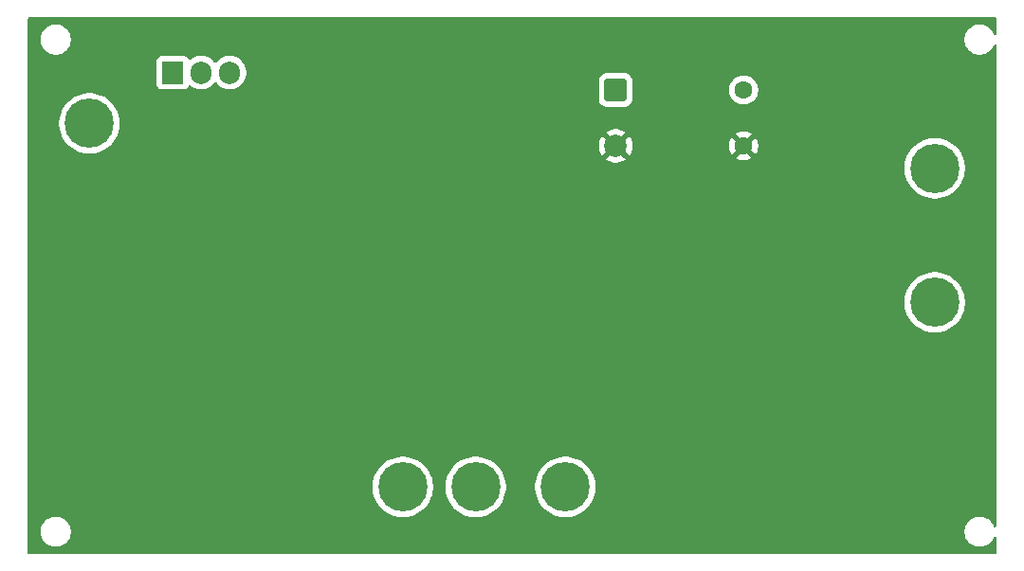
<source format=gbl>
%TF.GenerationSoftware,KiCad,Pcbnew,9.0.2*%
%TF.CreationDate,2025-06-21T01:00:01+02:00*%
%TF.ProjectId,schaltung,73636861-6c74-4756-9e67-2e6b69636164,B*%
%TF.SameCoordinates,Original*%
%TF.FileFunction,Copper,L2,Bot*%
%TF.FilePolarity,Positive*%
%FSLAX46Y46*%
G04 Gerber Fmt 4.6, Leading zero omitted, Abs format (unit mm)*
G04 Created by KiCad (PCBNEW 9.0.2) date 2025-06-21 01:00:01*
%MOMM*%
%LPD*%
G01*
G04 APERTURE LIST*
G04 Aperture macros list*
%AMRoundRect*
0 Rectangle with rounded corners*
0 $1 Rounding radius*
0 $2 $3 $4 $5 $6 $7 $8 $9 X,Y pos of 4 corners*
0 Add a 4 corners polygon primitive as box body*
4,1,4,$2,$3,$4,$5,$6,$7,$8,$9,$2,$3,0*
0 Add four circle primitives for the rounded corners*
1,1,$1+$1,$2,$3*
1,1,$1+$1,$4,$5*
1,1,$1+$1,$6,$7*
1,1,$1+$1,$8,$9*
0 Add four rect primitives between the rounded corners*
20,1,$1+$1,$2,$3,$4,$5,0*
20,1,$1+$1,$4,$5,$6,$7,0*
20,1,$1+$1,$6,$7,$8,$9,0*
20,1,$1+$1,$8,$9,$2,$3,0*%
G04 Aperture macros list end*
%TA.AperFunction,ComponentPad*%
%ADD10C,4.400000*%
%TD*%
%TA.AperFunction,ComponentPad*%
%ADD11C,1.600000*%
%TD*%
%TA.AperFunction,ComponentPad*%
%ADD12R,1.905000X2.000000*%
%TD*%
%TA.AperFunction,ComponentPad*%
%ADD13O,1.905000X2.000000*%
%TD*%
%TA.AperFunction,ComponentPad*%
%ADD14RoundRect,0.250000X-0.750000X0.750000X-0.750000X-0.750000X0.750000X-0.750000X0.750000X0.750000X0*%
%TD*%
%TA.AperFunction,ComponentPad*%
%ADD15C,2.000000*%
%TD*%
%TA.AperFunction,ViaPad*%
%ADD16C,1.000000*%
%TD*%
%TA.AperFunction,ViaPad*%
%ADD17C,0.600000*%
%TD*%
G04 APERTURE END LIST*
D10*
%TO.P,J2,1,Pin_1*%
%TO.N,GND*%
X80000000Y-68500000D03*
%TD*%
%TO.P,J1,1,Pin_1*%
%TO.N,Net-(J1-Pin_1)*%
X80000000Y-59500000D03*
%TD*%
%TO.P,J3,1,Pin_1*%
%TO.N,Net-(J3-Pin_1)*%
X155500000Y-63500000D03*
%TD*%
%TO.P,J5,1,Pin_1*%
%TO.N,Net-(J5-Pin_1)*%
X108000000Y-92000000D03*
%TD*%
%TO.P,J6,1,Pin_1*%
%TO.N,Net-(J4-Pin_1)*%
X114500000Y-92000000D03*
%TD*%
%TO.P,J7,1,Pin_1*%
%TO.N,Net-(J7-Pin_1)*%
X122500000Y-92000000D03*
%TD*%
%TO.P,J10,1,Pin_1*%
%TO.N,GND*%
X104500000Y-70000000D03*
%TD*%
D11*
%TO.P,C2,1*%
%TO.N,Net-(J3-Pin_1)*%
X138430000Y-56500000D03*
%TO.P,C2,2*%
%TO.N,GND*%
X138430000Y-61500000D03*
%TD*%
D12*
%TO.P,Q1,1,G*%
%TO.N,Net-(Q1-G)*%
X87460000Y-54950000D03*
D13*
%TO.P,Q1,2,D*%
%TO.N,Net-(J1-Pin_1)*%
X90000000Y-54950000D03*
%TO.P,Q1,3,S*%
%TO.N,Net-(D1-K)*%
X92540000Y-54950000D03*
%TD*%
D10*
%TO.P,J8,1,Pin_1*%
%TO.N,GND*%
X130500000Y-92000000D03*
%TD*%
%TO.P,J4,1,Pin_1*%
%TO.N,Net-(J4-Pin_1)*%
X155500000Y-75500000D03*
%TD*%
D14*
%TO.P,C1,1*%
%TO.N,Net-(J3-Pin_1)*%
X127000000Y-56500000D03*
D15*
%TO.P,C1,2*%
%TO.N,GND*%
X127000000Y-61500000D03*
%TD*%
D16*
%TO.N,GND*%
X103000000Y-63000000D03*
D17*
X88525000Y-76635000D03*
%TD*%
%TA.AperFunction,Conductor*%
%TO.N,GND*%
G36*
X160943039Y-50019685D02*
G01*
X160988794Y-50072489D01*
X161000000Y-50124000D01*
X161000000Y-51463312D01*
X160980315Y-51530351D01*
X160927511Y-51576106D01*
X160858353Y-51586050D01*
X160794797Y-51557025D01*
X160758069Y-51501631D01*
X160751555Y-51481583D01*
X160655048Y-51292179D01*
X160530109Y-51120213D01*
X160379786Y-50969890D01*
X160207820Y-50844951D01*
X160018414Y-50748444D01*
X160018413Y-50748443D01*
X160018412Y-50748443D01*
X159816243Y-50682754D01*
X159816241Y-50682753D01*
X159816240Y-50682753D01*
X159654957Y-50657208D01*
X159606287Y-50649500D01*
X159393713Y-50649500D01*
X159345042Y-50657208D01*
X159183760Y-50682753D01*
X158981585Y-50748444D01*
X158792179Y-50844951D01*
X158620213Y-50969890D01*
X158469890Y-51120213D01*
X158344951Y-51292179D01*
X158248444Y-51481585D01*
X158182753Y-51683760D01*
X158149500Y-51893713D01*
X158149500Y-52106287D01*
X158182754Y-52316243D01*
X158233575Y-52472654D01*
X158248444Y-52518414D01*
X158344951Y-52707820D01*
X158469890Y-52879786D01*
X158620213Y-53030109D01*
X158792179Y-53155048D01*
X158792181Y-53155049D01*
X158792184Y-53155051D01*
X158981588Y-53251557D01*
X159183757Y-53317246D01*
X159393713Y-53350500D01*
X159393714Y-53350500D01*
X159606286Y-53350500D01*
X159606287Y-53350500D01*
X159816243Y-53317246D01*
X160018412Y-53251557D01*
X160207816Y-53155051D01*
X160229789Y-53139086D01*
X160379786Y-53030109D01*
X160379788Y-53030106D01*
X160379792Y-53030104D01*
X160530104Y-52879792D01*
X160530106Y-52879788D01*
X160530109Y-52879786D01*
X160655048Y-52707820D01*
X160655047Y-52707820D01*
X160655051Y-52707816D01*
X160751557Y-52518412D01*
X160758069Y-52498367D01*
X160797506Y-52440694D01*
X160861865Y-52413495D01*
X160930711Y-52425410D01*
X160982187Y-52472654D01*
X161000000Y-52536687D01*
X161000000Y-95463312D01*
X160980315Y-95530351D01*
X160927511Y-95576106D01*
X160858353Y-95586050D01*
X160794797Y-95557025D01*
X160758069Y-95501631D01*
X160751555Y-95481583D01*
X160655048Y-95292179D01*
X160530109Y-95120213D01*
X160379786Y-94969890D01*
X160207820Y-94844951D01*
X160018414Y-94748444D01*
X160018413Y-94748443D01*
X160018412Y-94748443D01*
X159816243Y-94682754D01*
X159816241Y-94682753D01*
X159816240Y-94682753D01*
X159654957Y-94657208D01*
X159606287Y-94649500D01*
X159393713Y-94649500D01*
X159345042Y-94657208D01*
X159183760Y-94682753D01*
X158981585Y-94748444D01*
X158792179Y-94844951D01*
X158620213Y-94969890D01*
X158469890Y-95120213D01*
X158344951Y-95292179D01*
X158248444Y-95481585D01*
X158182753Y-95683760D01*
X158149500Y-95893713D01*
X158149500Y-96106287D01*
X158182754Y-96316243D01*
X158233575Y-96472654D01*
X158248444Y-96518414D01*
X158344951Y-96707820D01*
X158469890Y-96879786D01*
X158620213Y-97030109D01*
X158792179Y-97155048D01*
X158792181Y-97155049D01*
X158792184Y-97155051D01*
X158981588Y-97251557D01*
X159183757Y-97317246D01*
X159393713Y-97350500D01*
X159393714Y-97350500D01*
X159606286Y-97350500D01*
X159606287Y-97350500D01*
X159816243Y-97317246D01*
X160018412Y-97251557D01*
X160207816Y-97155051D01*
X160229789Y-97139086D01*
X160379786Y-97030109D01*
X160379788Y-97030106D01*
X160379792Y-97030104D01*
X160530104Y-96879792D01*
X160530106Y-96879788D01*
X160530109Y-96879786D01*
X160655048Y-96707820D01*
X160655047Y-96707820D01*
X160655051Y-96707816D01*
X160751557Y-96518412D01*
X160758069Y-96498367D01*
X160797506Y-96440694D01*
X160861865Y-96413495D01*
X160930711Y-96425410D01*
X160982187Y-96472654D01*
X161000000Y-96536687D01*
X161000000Y-97876000D01*
X160980315Y-97943039D01*
X160927511Y-97988794D01*
X160876000Y-98000000D01*
X74624000Y-98000000D01*
X74556961Y-97980315D01*
X74511206Y-97927511D01*
X74500000Y-97876000D01*
X74500000Y-95893713D01*
X75649500Y-95893713D01*
X75649500Y-96106287D01*
X75682754Y-96316243D01*
X75733575Y-96472654D01*
X75748444Y-96518414D01*
X75844951Y-96707820D01*
X75969890Y-96879786D01*
X76120213Y-97030109D01*
X76292179Y-97155048D01*
X76292181Y-97155049D01*
X76292184Y-97155051D01*
X76481588Y-97251557D01*
X76683757Y-97317246D01*
X76893713Y-97350500D01*
X76893714Y-97350500D01*
X77106286Y-97350500D01*
X77106287Y-97350500D01*
X77316243Y-97317246D01*
X77518412Y-97251557D01*
X77707816Y-97155051D01*
X77729789Y-97139086D01*
X77879786Y-97030109D01*
X77879788Y-97030106D01*
X77879792Y-97030104D01*
X78030104Y-96879792D01*
X78030106Y-96879788D01*
X78030109Y-96879786D01*
X78155048Y-96707820D01*
X78155047Y-96707820D01*
X78155051Y-96707816D01*
X78251557Y-96518412D01*
X78317246Y-96316243D01*
X78350500Y-96106287D01*
X78350500Y-95893713D01*
X78317246Y-95683757D01*
X78251557Y-95481588D01*
X78155051Y-95292184D01*
X78155049Y-95292181D01*
X78155048Y-95292179D01*
X78030109Y-95120213D01*
X77879786Y-94969890D01*
X77707820Y-94844951D01*
X77518414Y-94748444D01*
X77518413Y-94748443D01*
X77518412Y-94748443D01*
X77316243Y-94682754D01*
X77316241Y-94682753D01*
X77316240Y-94682753D01*
X77154957Y-94657208D01*
X77106287Y-94649500D01*
X76893713Y-94649500D01*
X76845042Y-94657208D01*
X76683760Y-94682753D01*
X76481585Y-94748444D01*
X76292179Y-94844951D01*
X76120213Y-94969890D01*
X75969890Y-95120213D01*
X75844951Y-95292179D01*
X75748444Y-95481585D01*
X75682753Y-95683760D01*
X75649500Y-95893713D01*
X74500000Y-95893713D01*
X74500000Y-91848336D01*
X105299500Y-91848336D01*
X105299500Y-92151663D01*
X105333457Y-92453048D01*
X105333460Y-92453062D01*
X105400953Y-92748771D01*
X105400957Y-92748783D01*
X105501133Y-93035068D01*
X105632733Y-93308338D01*
X105632735Y-93308341D01*
X105794108Y-93565164D01*
X105983221Y-93802304D01*
X106197696Y-94016779D01*
X106434836Y-94205892D01*
X106691659Y-94367265D01*
X106964935Y-94498868D01*
X107179951Y-94574105D01*
X107251216Y-94599042D01*
X107251228Y-94599046D01*
X107546937Y-94666540D01*
X107546946Y-94666541D01*
X107546951Y-94666542D01*
X107747874Y-94689180D01*
X107848337Y-94700499D01*
X107848340Y-94700500D01*
X107848343Y-94700500D01*
X108151660Y-94700500D01*
X108151661Y-94700499D01*
X108305694Y-94683144D01*
X108453048Y-94666542D01*
X108453051Y-94666541D01*
X108453063Y-94666540D01*
X108748772Y-94599046D01*
X109035065Y-94498868D01*
X109308341Y-94367265D01*
X109565164Y-94205892D01*
X109802304Y-94016779D01*
X110016779Y-93802304D01*
X110205892Y-93565164D01*
X110367265Y-93308341D01*
X110498868Y-93035065D01*
X110599046Y-92748772D01*
X110666540Y-92453063D01*
X110700500Y-92151657D01*
X110700500Y-91848343D01*
X110700499Y-91848336D01*
X111799500Y-91848336D01*
X111799500Y-92151663D01*
X111833457Y-92453048D01*
X111833460Y-92453062D01*
X111900953Y-92748771D01*
X111900957Y-92748783D01*
X112001133Y-93035068D01*
X112132733Y-93308338D01*
X112132735Y-93308341D01*
X112294108Y-93565164D01*
X112483221Y-93802304D01*
X112697696Y-94016779D01*
X112934836Y-94205892D01*
X113191659Y-94367265D01*
X113464935Y-94498868D01*
X113679951Y-94574105D01*
X113751216Y-94599042D01*
X113751228Y-94599046D01*
X114046937Y-94666540D01*
X114046946Y-94666541D01*
X114046951Y-94666542D01*
X114247874Y-94689180D01*
X114348337Y-94700499D01*
X114348340Y-94700500D01*
X114348343Y-94700500D01*
X114651660Y-94700500D01*
X114651661Y-94700499D01*
X114805694Y-94683144D01*
X114953048Y-94666542D01*
X114953051Y-94666541D01*
X114953063Y-94666540D01*
X115248772Y-94599046D01*
X115535065Y-94498868D01*
X115808341Y-94367265D01*
X116065164Y-94205892D01*
X116302304Y-94016779D01*
X116516779Y-93802304D01*
X116705892Y-93565164D01*
X116867265Y-93308341D01*
X116998868Y-93035065D01*
X117099046Y-92748772D01*
X117166540Y-92453063D01*
X117200500Y-92151657D01*
X117200500Y-91848343D01*
X117200499Y-91848336D01*
X119799500Y-91848336D01*
X119799500Y-92151663D01*
X119833457Y-92453048D01*
X119833460Y-92453062D01*
X119900953Y-92748771D01*
X119900957Y-92748783D01*
X120001133Y-93035068D01*
X120132733Y-93308338D01*
X120132735Y-93308341D01*
X120294108Y-93565164D01*
X120483221Y-93802304D01*
X120697696Y-94016779D01*
X120934836Y-94205892D01*
X121191659Y-94367265D01*
X121464935Y-94498868D01*
X121679951Y-94574105D01*
X121751216Y-94599042D01*
X121751228Y-94599046D01*
X122046937Y-94666540D01*
X122046946Y-94666541D01*
X122046951Y-94666542D01*
X122247874Y-94689180D01*
X122348337Y-94700499D01*
X122348340Y-94700500D01*
X122348343Y-94700500D01*
X122651660Y-94700500D01*
X122651661Y-94700499D01*
X122805694Y-94683144D01*
X122953048Y-94666542D01*
X122953051Y-94666541D01*
X122953063Y-94666540D01*
X123248772Y-94599046D01*
X123535065Y-94498868D01*
X123808341Y-94367265D01*
X124065164Y-94205892D01*
X124302304Y-94016779D01*
X124516779Y-93802304D01*
X124705892Y-93565164D01*
X124867265Y-93308341D01*
X124998868Y-93035065D01*
X125099046Y-92748772D01*
X125166540Y-92453063D01*
X125200500Y-92151657D01*
X125200500Y-91848343D01*
X125166540Y-91546937D01*
X125099046Y-91251228D01*
X124998868Y-90964935D01*
X124867265Y-90691659D01*
X124705892Y-90434836D01*
X124516779Y-90197696D01*
X124302304Y-89983221D01*
X124065164Y-89794108D01*
X123808341Y-89632735D01*
X123808338Y-89632733D01*
X123535068Y-89501133D01*
X123248783Y-89400957D01*
X123248771Y-89400953D01*
X123020556Y-89348864D01*
X122953063Y-89333460D01*
X122953060Y-89333459D01*
X122953048Y-89333457D01*
X122651663Y-89299500D01*
X122651657Y-89299500D01*
X122348343Y-89299500D01*
X122348336Y-89299500D01*
X122046951Y-89333457D01*
X122046937Y-89333460D01*
X121751228Y-89400953D01*
X121751216Y-89400957D01*
X121464931Y-89501133D01*
X121191661Y-89632733D01*
X120934837Y-89794107D01*
X120697696Y-89983220D01*
X120483220Y-90197696D01*
X120294107Y-90434837D01*
X120132733Y-90691661D01*
X120001133Y-90964931D01*
X119900957Y-91251216D01*
X119900953Y-91251228D01*
X119833460Y-91546937D01*
X119833457Y-91546951D01*
X119799500Y-91848336D01*
X117200499Y-91848336D01*
X117166540Y-91546937D01*
X117099046Y-91251228D01*
X116998868Y-90964935D01*
X116867265Y-90691659D01*
X116705892Y-90434836D01*
X116516779Y-90197696D01*
X116302304Y-89983221D01*
X116065164Y-89794108D01*
X115808341Y-89632735D01*
X115808338Y-89632733D01*
X115535068Y-89501133D01*
X115248783Y-89400957D01*
X115248771Y-89400953D01*
X115020556Y-89348864D01*
X114953063Y-89333460D01*
X114953060Y-89333459D01*
X114953048Y-89333457D01*
X114651663Y-89299500D01*
X114651657Y-89299500D01*
X114348343Y-89299500D01*
X114348336Y-89299500D01*
X114046951Y-89333457D01*
X114046937Y-89333460D01*
X113751228Y-89400953D01*
X113751216Y-89400957D01*
X113464931Y-89501133D01*
X113191661Y-89632733D01*
X112934837Y-89794107D01*
X112697696Y-89983220D01*
X112483220Y-90197696D01*
X112294107Y-90434837D01*
X112132733Y-90691661D01*
X112001133Y-90964931D01*
X111900957Y-91251216D01*
X111900953Y-91251228D01*
X111833460Y-91546937D01*
X111833457Y-91546951D01*
X111799500Y-91848336D01*
X110700499Y-91848336D01*
X110666540Y-91546937D01*
X110599046Y-91251228D01*
X110498868Y-90964935D01*
X110367265Y-90691659D01*
X110205892Y-90434836D01*
X110016779Y-90197696D01*
X109802304Y-89983221D01*
X109565164Y-89794108D01*
X109308341Y-89632735D01*
X109308338Y-89632733D01*
X109035068Y-89501133D01*
X108748783Y-89400957D01*
X108748771Y-89400953D01*
X108520556Y-89348864D01*
X108453063Y-89333460D01*
X108453060Y-89333459D01*
X108453048Y-89333457D01*
X108151663Y-89299500D01*
X108151657Y-89299500D01*
X107848343Y-89299500D01*
X107848336Y-89299500D01*
X107546951Y-89333457D01*
X107546937Y-89333460D01*
X107251228Y-89400953D01*
X107251216Y-89400957D01*
X106964931Y-89501133D01*
X106691661Y-89632733D01*
X106434837Y-89794107D01*
X106197696Y-89983220D01*
X105983220Y-90197696D01*
X105794107Y-90434837D01*
X105632733Y-90691661D01*
X105501133Y-90964931D01*
X105400957Y-91251216D01*
X105400953Y-91251228D01*
X105333460Y-91546937D01*
X105333457Y-91546951D01*
X105299500Y-91848336D01*
X74500000Y-91848336D01*
X74500000Y-75348336D01*
X152799500Y-75348336D01*
X152799500Y-75651663D01*
X152833457Y-75953048D01*
X152833460Y-75953062D01*
X152900953Y-76248771D01*
X152900957Y-76248783D01*
X153001133Y-76535068D01*
X153132733Y-76808338D01*
X153132735Y-76808341D01*
X153294108Y-77065164D01*
X153483221Y-77302304D01*
X153697696Y-77516779D01*
X153934836Y-77705892D01*
X154191659Y-77867265D01*
X154464935Y-77998868D01*
X154679951Y-78074105D01*
X154751216Y-78099042D01*
X154751228Y-78099046D01*
X155046937Y-78166540D01*
X155046946Y-78166541D01*
X155046951Y-78166542D01*
X155247874Y-78189180D01*
X155348337Y-78200499D01*
X155348340Y-78200500D01*
X155348343Y-78200500D01*
X155651660Y-78200500D01*
X155651661Y-78200499D01*
X155805694Y-78183144D01*
X155953048Y-78166542D01*
X155953051Y-78166541D01*
X155953063Y-78166540D01*
X156248772Y-78099046D01*
X156535065Y-77998868D01*
X156808341Y-77867265D01*
X157065164Y-77705892D01*
X157302304Y-77516779D01*
X157516779Y-77302304D01*
X157705892Y-77065164D01*
X157867265Y-76808341D01*
X157998868Y-76535065D01*
X158099046Y-76248772D01*
X158166540Y-75953063D01*
X158200500Y-75651657D01*
X158200500Y-75348343D01*
X158166540Y-75046937D01*
X158099046Y-74751228D01*
X157998868Y-74464935D01*
X157867265Y-74191659D01*
X157705892Y-73934836D01*
X157516779Y-73697696D01*
X157302304Y-73483221D01*
X157065164Y-73294108D01*
X156808341Y-73132735D01*
X156808338Y-73132733D01*
X156535068Y-73001133D01*
X156248783Y-72900957D01*
X156248771Y-72900953D01*
X156020556Y-72848864D01*
X155953063Y-72833460D01*
X155953060Y-72833459D01*
X155953048Y-72833457D01*
X155651663Y-72799500D01*
X155651657Y-72799500D01*
X155348343Y-72799500D01*
X155348336Y-72799500D01*
X155046951Y-72833457D01*
X155046937Y-72833460D01*
X154751228Y-72900953D01*
X154751216Y-72900957D01*
X154464931Y-73001133D01*
X154191661Y-73132733D01*
X153934837Y-73294107D01*
X153697696Y-73483220D01*
X153483220Y-73697696D01*
X153294107Y-73934837D01*
X153132733Y-74191661D01*
X153001133Y-74464931D01*
X152900957Y-74751216D01*
X152900953Y-74751228D01*
X152833460Y-75046937D01*
X152833457Y-75046951D01*
X152799500Y-75348336D01*
X74500000Y-75348336D01*
X74500000Y-63348336D01*
X152799500Y-63348336D01*
X152799500Y-63651663D01*
X152833457Y-63953048D01*
X152833460Y-63953062D01*
X152900953Y-64248771D01*
X152900957Y-64248783D01*
X153001133Y-64535068D01*
X153132733Y-64808338D01*
X153132735Y-64808341D01*
X153294108Y-65065164D01*
X153483221Y-65302304D01*
X153697696Y-65516779D01*
X153934836Y-65705892D01*
X154191659Y-65867265D01*
X154464935Y-65998868D01*
X154679951Y-66074105D01*
X154751216Y-66099042D01*
X154751228Y-66099046D01*
X155046937Y-66166540D01*
X155046946Y-66166541D01*
X155046951Y-66166542D01*
X155247874Y-66189180D01*
X155348337Y-66200499D01*
X155348340Y-66200500D01*
X155348343Y-66200500D01*
X155651660Y-66200500D01*
X155651661Y-66200499D01*
X155805694Y-66183144D01*
X155953048Y-66166542D01*
X155953051Y-66166541D01*
X155953063Y-66166540D01*
X156248772Y-66099046D01*
X156535065Y-65998868D01*
X156808341Y-65867265D01*
X157065164Y-65705892D01*
X157302304Y-65516779D01*
X157516779Y-65302304D01*
X157705892Y-65065164D01*
X157867265Y-64808341D01*
X157998868Y-64535065D01*
X158099046Y-64248772D01*
X158166540Y-63953063D01*
X158200500Y-63651657D01*
X158200500Y-63348343D01*
X158166540Y-63046937D01*
X158099046Y-62751228D01*
X158082784Y-62704755D01*
X158038947Y-62579474D01*
X157998868Y-62464935D01*
X157867265Y-62191659D01*
X157705892Y-61934836D01*
X157516779Y-61697696D01*
X157302304Y-61483221D01*
X157065164Y-61294108D01*
X156808341Y-61132735D01*
X156808338Y-61132733D01*
X156535068Y-61001133D01*
X156248783Y-60900957D01*
X156248771Y-60900953D01*
X156020556Y-60848864D01*
X155953063Y-60833460D01*
X155953060Y-60833459D01*
X155953048Y-60833457D01*
X155651663Y-60799500D01*
X155651657Y-60799500D01*
X155348343Y-60799500D01*
X155348336Y-60799500D01*
X155046951Y-60833457D01*
X155046937Y-60833460D01*
X154751228Y-60900953D01*
X154751216Y-60900957D01*
X154464931Y-61001133D01*
X154191661Y-61132733D01*
X153934837Y-61294107D01*
X153697696Y-61483220D01*
X153483220Y-61697696D01*
X153294107Y-61934837D01*
X153132733Y-62191661D01*
X153001133Y-62464931D01*
X152900957Y-62751216D01*
X152900953Y-62751228D01*
X152833460Y-63046937D01*
X152833457Y-63046951D01*
X152799500Y-63348336D01*
X74500000Y-63348336D01*
X74500000Y-59348336D01*
X77299500Y-59348336D01*
X77299500Y-59651663D01*
X77333457Y-59953048D01*
X77333460Y-59953062D01*
X77400953Y-60248771D01*
X77400957Y-60248783D01*
X77501133Y-60535068D01*
X77632733Y-60808338D01*
X77648516Y-60833457D01*
X77794108Y-61065164D01*
X77983221Y-61302304D01*
X78197696Y-61516779D01*
X78434836Y-61705892D01*
X78691659Y-61867265D01*
X78964935Y-61998868D01*
X79179951Y-62074105D01*
X79251216Y-62099042D01*
X79251228Y-62099046D01*
X79546937Y-62166540D01*
X79546946Y-62166541D01*
X79546951Y-62166542D01*
X79747874Y-62189180D01*
X79848337Y-62200499D01*
X79848340Y-62200500D01*
X79848343Y-62200500D01*
X80151660Y-62200500D01*
X80151661Y-62200499D01*
X80321540Y-62181359D01*
X80453048Y-62166542D01*
X80453051Y-62166541D01*
X80453063Y-62166540D01*
X80748772Y-62099046D01*
X81035065Y-61998868D01*
X81308341Y-61867265D01*
X81565164Y-61705892D01*
X81802304Y-61516779D01*
X81937136Y-61381947D01*
X125500000Y-61381947D01*
X125500000Y-61618052D01*
X125536934Y-61851247D01*
X125609897Y-62075802D01*
X125717087Y-62286174D01*
X125777338Y-62369104D01*
X125777340Y-62369105D01*
X126517037Y-61629408D01*
X126534075Y-61692993D01*
X126599901Y-61807007D01*
X126692993Y-61900099D01*
X126807007Y-61965925D01*
X126870590Y-61982962D01*
X126130893Y-62722658D01*
X126213828Y-62782914D01*
X126424197Y-62890102D01*
X126648752Y-62963065D01*
X126648751Y-62963065D01*
X126881948Y-63000000D01*
X127118052Y-63000000D01*
X127351247Y-62963065D01*
X127575802Y-62890102D01*
X127786163Y-62782918D01*
X127786169Y-62782914D01*
X127869104Y-62722658D01*
X127869105Y-62722658D01*
X127766343Y-62619896D01*
X127129408Y-61982962D01*
X127192993Y-61965925D01*
X127307007Y-61900099D01*
X127400099Y-61807007D01*
X127465925Y-61692993D01*
X127482962Y-61629409D01*
X128222658Y-62369105D01*
X128222658Y-62369104D01*
X128282914Y-62286169D01*
X128282918Y-62286163D01*
X128390102Y-62075802D01*
X128463065Y-61851247D01*
X128500000Y-61618052D01*
X128500000Y-61397682D01*
X137130000Y-61397682D01*
X137130000Y-61602317D01*
X137162009Y-61804417D01*
X137225244Y-61999031D01*
X137318141Y-62181350D01*
X137318147Y-62181359D01*
X137350523Y-62225921D01*
X137350524Y-62225922D01*
X138030000Y-61546446D01*
X138030000Y-61552661D01*
X138057259Y-61654394D01*
X138109920Y-61745606D01*
X138184394Y-61820080D01*
X138275606Y-61872741D01*
X138377339Y-61900000D01*
X138383553Y-61900000D01*
X137704076Y-62579474D01*
X137748650Y-62611859D01*
X137930968Y-62704755D01*
X138125582Y-62767990D01*
X138327683Y-62800000D01*
X138532317Y-62800000D01*
X138734417Y-62767990D01*
X138929031Y-62704755D01*
X139111349Y-62611859D01*
X139155921Y-62579474D01*
X138476447Y-61900000D01*
X138482661Y-61900000D01*
X138584394Y-61872741D01*
X138675606Y-61820080D01*
X138750080Y-61745606D01*
X138802741Y-61654394D01*
X138830000Y-61552661D01*
X138830000Y-61546448D01*
X139509474Y-62225922D01*
X139509474Y-62225921D01*
X139541859Y-62181349D01*
X139634755Y-61999031D01*
X139697990Y-61804417D01*
X139730000Y-61602317D01*
X139730000Y-61397682D01*
X139697990Y-61195582D01*
X139634755Y-61000968D01*
X139541859Y-60818650D01*
X139509474Y-60774077D01*
X139509474Y-60774076D01*
X138830000Y-61453551D01*
X138830000Y-61447339D01*
X138802741Y-61345606D01*
X138750080Y-61254394D01*
X138675606Y-61179920D01*
X138584394Y-61127259D01*
X138482661Y-61100000D01*
X138476446Y-61100000D01*
X139155922Y-60420524D01*
X139155921Y-60420523D01*
X139111359Y-60388147D01*
X139111350Y-60388141D01*
X138929031Y-60295244D01*
X138734417Y-60232009D01*
X138532317Y-60200000D01*
X138327683Y-60200000D01*
X138125582Y-60232009D01*
X137930968Y-60295244D01*
X137748644Y-60388143D01*
X137704077Y-60420523D01*
X137704077Y-60420524D01*
X138383554Y-61100000D01*
X138377339Y-61100000D01*
X138275606Y-61127259D01*
X138184394Y-61179920D01*
X138109920Y-61254394D01*
X138057259Y-61345606D01*
X138030000Y-61447339D01*
X138030000Y-61453553D01*
X137350524Y-60774077D01*
X137350523Y-60774077D01*
X137318143Y-60818644D01*
X137225244Y-61000968D01*
X137162009Y-61195582D01*
X137130000Y-61397682D01*
X128500000Y-61397682D01*
X128500000Y-61381947D01*
X128463065Y-61148752D01*
X128390102Y-60924197D01*
X128282914Y-60713828D01*
X128222658Y-60630894D01*
X128222658Y-60630893D01*
X127482962Y-61370590D01*
X127465925Y-61307007D01*
X127400099Y-61192993D01*
X127307007Y-61099901D01*
X127192993Y-61034075D01*
X127129409Y-61017037D01*
X127766344Y-60380102D01*
X127869105Y-60277340D01*
X127869104Y-60277338D01*
X127786174Y-60217087D01*
X127575802Y-60109897D01*
X127351247Y-60036934D01*
X127351248Y-60036934D01*
X127118052Y-60000000D01*
X126881948Y-60000000D01*
X126648752Y-60036934D01*
X126424197Y-60109897D01*
X126213830Y-60217084D01*
X126130894Y-60277340D01*
X126870591Y-61017037D01*
X126807007Y-61034075D01*
X126692993Y-61099901D01*
X126599901Y-61192993D01*
X126534075Y-61307007D01*
X126517037Y-61370591D01*
X125777340Y-60630894D01*
X125717084Y-60713830D01*
X125609897Y-60924197D01*
X125536934Y-61148752D01*
X125500000Y-61381947D01*
X81937136Y-61381947D01*
X82016779Y-61302304D01*
X82205892Y-61065164D01*
X82367265Y-60808341D01*
X82498868Y-60535065D01*
X82582785Y-60295244D01*
X82586842Y-60283651D01*
X82586844Y-60283645D01*
X82599042Y-60248783D01*
X82599046Y-60248772D01*
X82666540Y-59953063D01*
X82700500Y-59651657D01*
X82700500Y-59348343D01*
X82666540Y-59046937D01*
X82599046Y-58751228D01*
X82498868Y-58464935D01*
X82367265Y-58191659D01*
X82205892Y-57934836D01*
X82016779Y-57697696D01*
X81802304Y-57483221D01*
X81565164Y-57294108D01*
X81308341Y-57132735D01*
X81308338Y-57132733D01*
X81035068Y-57001133D01*
X80748783Y-56900957D01*
X80748771Y-56900953D01*
X80520556Y-56848864D01*
X80453063Y-56833460D01*
X80453060Y-56833459D01*
X80453048Y-56833457D01*
X80151663Y-56799500D01*
X80151657Y-56799500D01*
X79848343Y-56799500D01*
X79848336Y-56799500D01*
X79546951Y-56833457D01*
X79546937Y-56833460D01*
X79251228Y-56900953D01*
X79251216Y-56900957D01*
X78964931Y-57001133D01*
X78691661Y-57132733D01*
X78434837Y-57294107D01*
X78197696Y-57483220D01*
X77983220Y-57697696D01*
X77794107Y-57934837D01*
X77632733Y-58191661D01*
X77501133Y-58464931D01*
X77400957Y-58751216D01*
X77400953Y-58751228D01*
X77333460Y-59046937D01*
X77333457Y-59046951D01*
X77299500Y-59348336D01*
X74500000Y-59348336D01*
X74500000Y-53902135D01*
X86007000Y-53902135D01*
X86007000Y-55997870D01*
X86007001Y-55997876D01*
X86013408Y-56057483D01*
X86063702Y-56192328D01*
X86063706Y-56192335D01*
X86149952Y-56307544D01*
X86149955Y-56307547D01*
X86265164Y-56393793D01*
X86265171Y-56393797D01*
X86400017Y-56444091D01*
X86400016Y-56444091D01*
X86406944Y-56444835D01*
X86459627Y-56450500D01*
X88460372Y-56450499D01*
X88519983Y-56444091D01*
X88654831Y-56393796D01*
X88770046Y-56307546D01*
X88856296Y-56192331D01*
X88866690Y-56164460D01*
X88908560Y-56108527D01*
X88974023Y-56084108D01*
X89042297Y-56098958D01*
X89055746Y-56107465D01*
X89238462Y-56240217D01*
X89370599Y-56307544D01*
X89442244Y-56344049D01*
X89659751Y-56414721D01*
X89659752Y-56414721D01*
X89659755Y-56414722D01*
X89885646Y-56450500D01*
X89885647Y-56450500D01*
X90114353Y-56450500D01*
X90114354Y-56450500D01*
X90340245Y-56414722D01*
X90340248Y-56414721D01*
X90340249Y-56414721D01*
X90557755Y-56344049D01*
X90557755Y-56344048D01*
X90557758Y-56344048D01*
X90761538Y-56240217D01*
X90946566Y-56105786D01*
X91108286Y-55944066D01*
X91169683Y-55859559D01*
X91225012Y-55816896D01*
X91294625Y-55810917D01*
X91356420Y-55843523D01*
X91370314Y-55859556D01*
X91431714Y-55944066D01*
X91593434Y-56105786D01*
X91778462Y-56240217D01*
X91910599Y-56307544D01*
X91982244Y-56344049D01*
X92199751Y-56414721D01*
X92199752Y-56414721D01*
X92199755Y-56414722D01*
X92425646Y-56450500D01*
X92425647Y-56450500D01*
X92654353Y-56450500D01*
X92654354Y-56450500D01*
X92880245Y-56414722D01*
X92880248Y-56414721D01*
X92880249Y-56414721D01*
X93097755Y-56344049D01*
X93097755Y-56344048D01*
X93097758Y-56344048D01*
X93301538Y-56240217D01*
X93486566Y-56105786D01*
X93648286Y-55944066D01*
X93782717Y-55759038D01*
X93812807Y-55699983D01*
X125499500Y-55699983D01*
X125499500Y-57300001D01*
X125499501Y-57300018D01*
X125510000Y-57402796D01*
X125510001Y-57402799D01*
X125539550Y-57491971D01*
X125565186Y-57569334D01*
X125657288Y-57718656D01*
X125781344Y-57842712D01*
X125930666Y-57934814D01*
X126097203Y-57989999D01*
X126199991Y-58000500D01*
X127800008Y-58000499D01*
X127902797Y-57989999D01*
X128069334Y-57934814D01*
X128218656Y-57842712D01*
X128342712Y-57718656D01*
X128434814Y-57569334D01*
X128489999Y-57402797D01*
X128500500Y-57300009D01*
X128500499Y-56397648D01*
X137129500Y-56397648D01*
X137129500Y-56602351D01*
X137161522Y-56804534D01*
X137224781Y-56999223D01*
X137317715Y-57181613D01*
X137438028Y-57347213D01*
X137582786Y-57491971D01*
X137737749Y-57604556D01*
X137748390Y-57612287D01*
X137864607Y-57671503D01*
X137930776Y-57705218D01*
X137930778Y-57705218D01*
X137930781Y-57705220D01*
X138035137Y-57739127D01*
X138125465Y-57768477D01*
X138226557Y-57784488D01*
X138327648Y-57800500D01*
X138327649Y-57800500D01*
X138532351Y-57800500D01*
X138532352Y-57800500D01*
X138734534Y-57768477D01*
X138929219Y-57705220D01*
X139111610Y-57612287D01*
X139204590Y-57544732D01*
X139277213Y-57491971D01*
X139277215Y-57491968D01*
X139277219Y-57491966D01*
X139421966Y-57347219D01*
X139421968Y-57347215D01*
X139421971Y-57347213D01*
X139474732Y-57274590D01*
X139542287Y-57181610D01*
X139635220Y-56999219D01*
X139698477Y-56804534D01*
X139730500Y-56602352D01*
X139730500Y-56397648D01*
X139698477Y-56195466D01*
X139697458Y-56192331D01*
X139662295Y-56084108D01*
X139635220Y-56000781D01*
X139635218Y-56000778D01*
X139635218Y-56000776D01*
X139601503Y-55934607D01*
X139542287Y-55818390D01*
X139499166Y-55759038D01*
X139421971Y-55652786D01*
X139277213Y-55508028D01*
X139111613Y-55387715D01*
X139111612Y-55387714D01*
X139111610Y-55387713D01*
X139054653Y-55358691D01*
X138929223Y-55294781D01*
X138734534Y-55231522D01*
X138559995Y-55203878D01*
X138532352Y-55199500D01*
X138327648Y-55199500D01*
X138303329Y-55203351D01*
X138125465Y-55231522D01*
X137930776Y-55294781D01*
X137748386Y-55387715D01*
X137582786Y-55508028D01*
X137438028Y-55652786D01*
X137317715Y-55818386D01*
X137224781Y-56000776D01*
X137161522Y-56195465D01*
X137129500Y-56397648D01*
X128500499Y-56397648D01*
X128500499Y-55699992D01*
X128489999Y-55597203D01*
X128434814Y-55430666D01*
X128342712Y-55281344D01*
X128218656Y-55157288D01*
X128069334Y-55065186D01*
X127902797Y-55010001D01*
X127902795Y-55010000D01*
X127800010Y-54999500D01*
X126199998Y-54999500D01*
X126199981Y-54999501D01*
X126097203Y-55010000D01*
X126097200Y-55010001D01*
X125930668Y-55065185D01*
X125930663Y-55065187D01*
X125781342Y-55157289D01*
X125657289Y-55281342D01*
X125565187Y-55430663D01*
X125565186Y-55430666D01*
X125510001Y-55597203D01*
X125510001Y-55597204D01*
X125510000Y-55597204D01*
X125499500Y-55699983D01*
X93812807Y-55699983D01*
X93886548Y-55555258D01*
X93940986Y-55387715D01*
X93957221Y-55337749D01*
X93957221Y-55337748D01*
X93957222Y-55337745D01*
X93993000Y-55111854D01*
X93993000Y-54788146D01*
X93957222Y-54562255D01*
X93957221Y-54562251D01*
X93957221Y-54562250D01*
X93886549Y-54344744D01*
X93886548Y-54344742D01*
X93782717Y-54140962D01*
X93648286Y-53955934D01*
X93486566Y-53794214D01*
X93301538Y-53659783D01*
X93097755Y-53555950D01*
X92880248Y-53485278D01*
X92694812Y-53455908D01*
X92654354Y-53449500D01*
X92425646Y-53449500D01*
X92385188Y-53455908D01*
X92199753Y-53485278D01*
X92199750Y-53485278D01*
X91982244Y-53555950D01*
X91778461Y-53659783D01*
X91712550Y-53707671D01*
X91593434Y-53794214D01*
X91593432Y-53794216D01*
X91593431Y-53794216D01*
X91431715Y-53955932D01*
X91370318Y-54040438D01*
X91314987Y-54083103D01*
X91245374Y-54089082D01*
X91183579Y-54056476D01*
X91169682Y-54040438D01*
X91158773Y-54025423D01*
X91108286Y-53955934D01*
X90946566Y-53794214D01*
X90761538Y-53659783D01*
X90557755Y-53555950D01*
X90340248Y-53485278D01*
X90154812Y-53455908D01*
X90114354Y-53449500D01*
X89885646Y-53449500D01*
X89845188Y-53455908D01*
X89659753Y-53485278D01*
X89659750Y-53485278D01*
X89442244Y-53555950D01*
X89238461Y-53659783D01*
X89055759Y-53792525D01*
X88989952Y-53816005D01*
X88921898Y-53800180D01*
X88873203Y-53750074D01*
X88866690Y-53735538D01*
X88856296Y-53707669D01*
X88856293Y-53707664D01*
X88770047Y-53592455D01*
X88770044Y-53592452D01*
X88654835Y-53506206D01*
X88654828Y-53506202D01*
X88519982Y-53455908D01*
X88519983Y-53455908D01*
X88460383Y-53449501D01*
X88460381Y-53449500D01*
X88460373Y-53449500D01*
X88460364Y-53449500D01*
X86459629Y-53449500D01*
X86459623Y-53449501D01*
X86400016Y-53455908D01*
X86265171Y-53506202D01*
X86265164Y-53506206D01*
X86149955Y-53592452D01*
X86149952Y-53592455D01*
X86063706Y-53707664D01*
X86063702Y-53707671D01*
X86013408Y-53842517D01*
X86007001Y-53902116D01*
X86007000Y-53902135D01*
X74500000Y-53902135D01*
X74500000Y-51893713D01*
X75649500Y-51893713D01*
X75649500Y-52106287D01*
X75682754Y-52316243D01*
X75733575Y-52472654D01*
X75748444Y-52518414D01*
X75844951Y-52707820D01*
X75969890Y-52879786D01*
X76120213Y-53030109D01*
X76292179Y-53155048D01*
X76292181Y-53155049D01*
X76292184Y-53155051D01*
X76481588Y-53251557D01*
X76683757Y-53317246D01*
X76893713Y-53350500D01*
X76893714Y-53350500D01*
X77106286Y-53350500D01*
X77106287Y-53350500D01*
X77316243Y-53317246D01*
X77518412Y-53251557D01*
X77707816Y-53155051D01*
X77729789Y-53139086D01*
X77879786Y-53030109D01*
X77879788Y-53030106D01*
X77879792Y-53030104D01*
X78030104Y-52879792D01*
X78030106Y-52879788D01*
X78030109Y-52879786D01*
X78155048Y-52707820D01*
X78155047Y-52707820D01*
X78155051Y-52707816D01*
X78251557Y-52518412D01*
X78317246Y-52316243D01*
X78350500Y-52106287D01*
X78350500Y-51893713D01*
X78317246Y-51683757D01*
X78251557Y-51481588D01*
X78155051Y-51292184D01*
X78155049Y-51292181D01*
X78155048Y-51292179D01*
X78030109Y-51120213D01*
X77879786Y-50969890D01*
X77707820Y-50844951D01*
X77518414Y-50748444D01*
X77518413Y-50748443D01*
X77518412Y-50748443D01*
X77316243Y-50682754D01*
X77316241Y-50682753D01*
X77316240Y-50682753D01*
X77154957Y-50657208D01*
X77106287Y-50649500D01*
X76893713Y-50649500D01*
X76845042Y-50657208D01*
X76683760Y-50682753D01*
X76481585Y-50748444D01*
X76292179Y-50844951D01*
X76120213Y-50969890D01*
X75969890Y-51120213D01*
X75844951Y-51292179D01*
X75748444Y-51481585D01*
X75682753Y-51683760D01*
X75649500Y-51893713D01*
X74500000Y-51893713D01*
X74500000Y-50124000D01*
X74519685Y-50056961D01*
X74572489Y-50011206D01*
X74624000Y-50000000D01*
X160876000Y-50000000D01*
X160943039Y-50019685D01*
G37*
%TD.AperFunction*%
%TD*%
M02*

</source>
